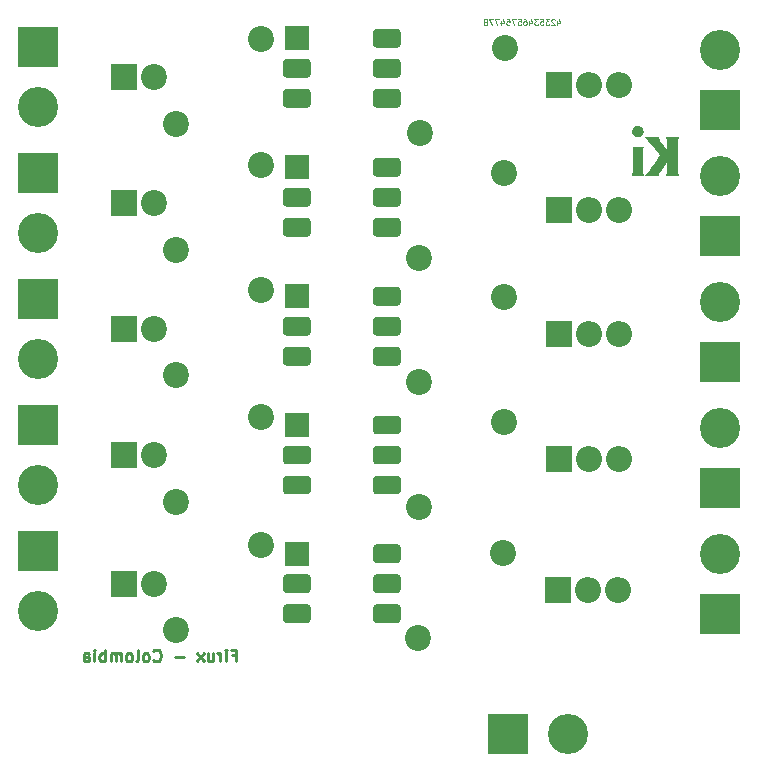
<source format=gbr>
G04 #@! TF.GenerationSoftware,KiCad,Pcbnew,(5.0.0)*
G04 #@! TF.CreationDate,2018-11-08T10:35:27-05:00*
G04 #@! TF.ProjectId,Tarjeta de potencia con moc,5461726A65746120646520706F74656E,rev?*
G04 #@! TF.SameCoordinates,Original*
G04 #@! TF.FileFunction,Soldermask,Bot*
G04 #@! TF.FilePolarity,Negative*
%FSLAX46Y46*%
G04 Gerber Fmt 4.6, Leading zero omitted, Abs format (unit mm)*
G04 Created by KiCad (PCBNEW (5.0.0)) date 11/08/18 10:35:27*
%MOMM*%
%LPD*%
G01*
G04 APERTURE LIST*
%ADD10C,0.125000*%
%ADD11C,0.250000*%
%ADD12C,0.010000*%
%ADD13C,2.200000*%
%ADD14C,2.200000*%
%ADD15O,2.200000X2.200000*%
%ADD16R,2.200000X2.200000*%
%ADD17C,0.100000*%
%ADD18C,1.600000*%
%ADD19R,2.000000X2.000000*%
%ADD20R,3.400000X3.400000*%
%ADD21C,3.400000*%
G04 APERTURE END LIST*
D10*
X94643200Y-28899657D02*
X94643200Y-29232990D01*
X94762247Y-28709180D02*
X94881295Y-29066323D01*
X94571771Y-29066323D01*
X94405104Y-28780609D02*
X94381295Y-28756800D01*
X94333676Y-28732990D01*
X94214628Y-28732990D01*
X94167009Y-28756800D01*
X94143200Y-28780609D01*
X94119390Y-28828228D01*
X94119390Y-28875847D01*
X94143200Y-28947276D01*
X94428914Y-29232990D01*
X94119390Y-29232990D01*
X93952723Y-28732990D02*
X93643200Y-28732990D01*
X93809866Y-28923466D01*
X93738438Y-28923466D01*
X93690819Y-28947276D01*
X93667009Y-28971085D01*
X93643200Y-29018704D01*
X93643200Y-29137752D01*
X93667009Y-29185371D01*
X93690819Y-29209180D01*
X93738438Y-29232990D01*
X93881295Y-29232990D01*
X93928914Y-29209180D01*
X93952723Y-29185371D01*
X93190819Y-28732990D02*
X93428914Y-28732990D01*
X93452723Y-28971085D01*
X93428914Y-28947276D01*
X93381295Y-28923466D01*
X93262247Y-28923466D01*
X93214628Y-28947276D01*
X93190819Y-28971085D01*
X93167009Y-29018704D01*
X93167009Y-29137752D01*
X93190819Y-29185371D01*
X93214628Y-29209180D01*
X93262247Y-29232990D01*
X93381295Y-29232990D01*
X93428914Y-29209180D01*
X93452723Y-29185371D01*
X93000342Y-28732990D02*
X92690819Y-28732990D01*
X92857485Y-28923466D01*
X92786057Y-28923466D01*
X92738438Y-28947276D01*
X92714628Y-28971085D01*
X92690819Y-29018704D01*
X92690819Y-29137752D01*
X92714628Y-29185371D01*
X92738438Y-29209180D01*
X92786057Y-29232990D01*
X92928914Y-29232990D01*
X92976533Y-29209180D01*
X93000342Y-29185371D01*
X92262247Y-28899657D02*
X92262247Y-29232990D01*
X92381295Y-28709180D02*
X92500342Y-29066323D01*
X92190819Y-29066323D01*
X91786057Y-28732990D02*
X91881295Y-28732990D01*
X91928914Y-28756800D01*
X91952723Y-28780609D01*
X92000342Y-28852038D01*
X92024152Y-28947276D01*
X92024152Y-29137752D01*
X92000342Y-29185371D01*
X91976533Y-29209180D01*
X91928914Y-29232990D01*
X91833676Y-29232990D01*
X91786057Y-29209180D01*
X91762247Y-29185371D01*
X91738438Y-29137752D01*
X91738438Y-29018704D01*
X91762247Y-28971085D01*
X91786057Y-28947276D01*
X91833676Y-28923466D01*
X91928914Y-28923466D01*
X91976533Y-28947276D01*
X92000342Y-28971085D01*
X92024152Y-29018704D01*
X91286057Y-28732990D02*
X91524152Y-28732990D01*
X91547961Y-28971085D01*
X91524152Y-28947276D01*
X91476533Y-28923466D01*
X91357485Y-28923466D01*
X91309866Y-28947276D01*
X91286057Y-28971085D01*
X91262247Y-29018704D01*
X91262247Y-29137752D01*
X91286057Y-29185371D01*
X91309866Y-29209180D01*
X91357485Y-29232990D01*
X91476533Y-29232990D01*
X91524152Y-29209180D01*
X91547961Y-29185371D01*
X91095580Y-28732990D02*
X90762247Y-28732990D01*
X90976533Y-29232990D01*
X90333676Y-28732990D02*
X90571771Y-28732990D01*
X90595580Y-28971085D01*
X90571771Y-28947276D01*
X90524152Y-28923466D01*
X90405104Y-28923466D01*
X90357485Y-28947276D01*
X90333676Y-28971085D01*
X90309866Y-29018704D01*
X90309866Y-29137752D01*
X90333676Y-29185371D01*
X90357485Y-29209180D01*
X90405104Y-29232990D01*
X90524152Y-29232990D01*
X90571771Y-29209180D01*
X90595580Y-29185371D01*
X89881295Y-28899657D02*
X89881295Y-29232990D01*
X90000342Y-28709180D02*
X90119390Y-29066323D01*
X89809866Y-29066323D01*
X89667009Y-28732990D02*
X89333676Y-28732990D01*
X89547961Y-29232990D01*
X89190819Y-28732990D02*
X88857485Y-28732990D01*
X89071771Y-29232990D01*
X88595580Y-28947276D02*
X88643200Y-28923466D01*
X88667009Y-28899657D01*
X88690819Y-28852038D01*
X88690819Y-28828228D01*
X88667009Y-28780609D01*
X88643200Y-28756800D01*
X88595580Y-28732990D01*
X88500342Y-28732990D01*
X88452723Y-28756800D01*
X88428914Y-28780609D01*
X88405104Y-28828228D01*
X88405104Y-28852038D01*
X88428914Y-28899657D01*
X88452723Y-28923466D01*
X88500342Y-28947276D01*
X88595580Y-28947276D01*
X88643200Y-28971085D01*
X88667009Y-28994895D01*
X88690819Y-29042514D01*
X88690819Y-29137752D01*
X88667009Y-29185371D01*
X88643200Y-29209180D01*
X88595580Y-29232990D01*
X88500342Y-29232990D01*
X88452723Y-29209180D01*
X88428914Y-29185371D01*
X88405104Y-29137752D01*
X88405104Y-29042514D01*
X88428914Y-28994895D01*
X88452723Y-28971085D01*
X88500342Y-28947276D01*
D11*
X67104400Y-82580171D02*
X67437733Y-82580171D01*
X67437733Y-83103980D02*
X67437733Y-82103980D01*
X66961542Y-82103980D01*
X66580590Y-83103980D02*
X66580590Y-82437314D01*
X66580590Y-82103980D02*
X66628209Y-82151600D01*
X66580590Y-82199219D01*
X66532971Y-82151600D01*
X66580590Y-82103980D01*
X66580590Y-82199219D01*
X66104400Y-83103980D02*
X66104400Y-82437314D01*
X66104400Y-82627790D02*
X66056780Y-82532552D01*
X66009161Y-82484933D01*
X65913923Y-82437314D01*
X65818685Y-82437314D01*
X65056780Y-82437314D02*
X65056780Y-83103980D01*
X65485352Y-82437314D02*
X65485352Y-82961123D01*
X65437733Y-83056361D01*
X65342495Y-83103980D01*
X65199638Y-83103980D01*
X65104400Y-83056361D01*
X65056780Y-83008742D01*
X64675828Y-83103980D02*
X64152019Y-82437314D01*
X64675828Y-82437314D02*
X64152019Y-83103980D01*
X63009161Y-82723028D02*
X62247257Y-82723028D01*
X60437733Y-83008742D02*
X60485352Y-83056361D01*
X60628209Y-83103980D01*
X60723447Y-83103980D01*
X60866304Y-83056361D01*
X60961542Y-82961123D01*
X61009161Y-82865885D01*
X61056780Y-82675409D01*
X61056780Y-82532552D01*
X61009161Y-82342076D01*
X60961542Y-82246838D01*
X60866304Y-82151600D01*
X60723447Y-82103980D01*
X60628209Y-82103980D01*
X60485352Y-82151600D01*
X60437733Y-82199219D01*
X59866304Y-83103980D02*
X59961542Y-83056361D01*
X60009161Y-83008742D01*
X60056780Y-82913504D01*
X60056780Y-82627790D01*
X60009161Y-82532552D01*
X59961542Y-82484933D01*
X59866304Y-82437314D01*
X59723447Y-82437314D01*
X59628209Y-82484933D01*
X59580590Y-82532552D01*
X59532971Y-82627790D01*
X59532971Y-82913504D01*
X59580590Y-83008742D01*
X59628209Y-83056361D01*
X59723447Y-83103980D01*
X59866304Y-83103980D01*
X58961542Y-83103980D02*
X59056780Y-83056361D01*
X59104400Y-82961123D01*
X59104400Y-82103980D01*
X58437733Y-83103980D02*
X58532971Y-83056361D01*
X58580590Y-83008742D01*
X58628209Y-82913504D01*
X58628209Y-82627790D01*
X58580590Y-82532552D01*
X58532971Y-82484933D01*
X58437733Y-82437314D01*
X58294876Y-82437314D01*
X58199638Y-82484933D01*
X58152019Y-82532552D01*
X58104400Y-82627790D01*
X58104400Y-82913504D01*
X58152019Y-83008742D01*
X58199638Y-83056361D01*
X58294876Y-83103980D01*
X58437733Y-83103980D01*
X57675828Y-83103980D02*
X57675828Y-82437314D01*
X57675828Y-82532552D02*
X57628209Y-82484933D01*
X57532971Y-82437314D01*
X57390114Y-82437314D01*
X57294876Y-82484933D01*
X57247257Y-82580171D01*
X57247257Y-83103980D01*
X57247257Y-82580171D02*
X57199638Y-82484933D01*
X57104400Y-82437314D01*
X56961542Y-82437314D01*
X56866304Y-82484933D01*
X56818685Y-82580171D01*
X56818685Y-83103980D01*
X56342495Y-83103980D02*
X56342495Y-82103980D01*
X56342495Y-82484933D02*
X56247257Y-82437314D01*
X56056780Y-82437314D01*
X55961542Y-82484933D01*
X55913923Y-82532552D01*
X55866304Y-82627790D01*
X55866304Y-82913504D01*
X55913923Y-83008742D01*
X55961542Y-83056361D01*
X56056780Y-83103980D01*
X56247257Y-83103980D01*
X56342495Y-83056361D01*
X55437733Y-83103980D02*
X55437733Y-82437314D01*
X55437733Y-82103980D02*
X55485352Y-82151600D01*
X55437733Y-82199219D01*
X55390114Y-82151600D01*
X55437733Y-82103980D01*
X55437733Y-82199219D01*
X54532971Y-83103980D02*
X54532971Y-82580171D01*
X54580590Y-82484933D01*
X54675828Y-82437314D01*
X54866304Y-82437314D01*
X54961542Y-82484933D01*
X54532971Y-83056361D02*
X54628209Y-83103980D01*
X54866304Y-83103980D01*
X54961542Y-83056361D01*
X55009161Y-82961123D01*
X55009161Y-82865885D01*
X54961542Y-82770647D01*
X54866304Y-82723028D01*
X54628209Y-82723028D01*
X54532971Y-82675409D01*
D12*
G04 #@! TO.C,REF\002A\002A*
G36*
X102598653Y-38709600D02*
X102053341Y-38709600D01*
X102252121Y-38910987D01*
X102581829Y-39273891D01*
X102796249Y-39548015D01*
X102874697Y-39651600D01*
X102969256Y-39771729D01*
X103069350Y-39895402D01*
X103164402Y-40009619D01*
X103243834Y-40101381D01*
X103268932Y-40128960D01*
X103350364Y-40216412D01*
X103280406Y-40307556D01*
X103144964Y-40496804D01*
X103057422Y-40636250D01*
X103002552Y-40718486D01*
X102941276Y-40797812D01*
X102936127Y-40803807D01*
X102867178Y-40886781D01*
X102786653Y-40989337D01*
X102703458Y-41099488D01*
X102626498Y-41205247D01*
X102564681Y-41294625D01*
X102529024Y-41351747D01*
X102493943Y-41404796D01*
X102435414Y-41483262D01*
X102363580Y-41574452D01*
X102288585Y-41665672D01*
X102220572Y-41744232D01*
X102184200Y-41783220D01*
X102160311Y-41809281D01*
X102118037Y-41856606D01*
X102109923Y-41865770D01*
X102048345Y-41935400D01*
X103174800Y-41935400D01*
X103174800Y-41857123D01*
X103191563Y-41780595D01*
X103238793Y-41675349D01*
X103311907Y-41549439D01*
X103406319Y-41410916D01*
X103493858Y-41296733D01*
X103565132Y-41204513D01*
X103630453Y-41113469D01*
X103677623Y-41040735D01*
X103683729Y-41030033D01*
X103723771Y-40963634D01*
X103759058Y-40915484D01*
X103767701Y-40906700D01*
X103802262Y-40868016D01*
X103842485Y-40811450D01*
X103880174Y-40763293D01*
X103910685Y-40741687D01*
X103911986Y-40741600D01*
X103920862Y-40766291D01*
X103927982Y-40837581D01*
X103933136Y-40951292D01*
X103936117Y-41103244D01*
X103936800Y-41238161D01*
X103936116Y-41417463D01*
X103933705Y-41553470D01*
X103929025Y-41653675D01*
X103921537Y-41725569D01*
X103910702Y-41776643D01*
X103895979Y-41814388D01*
X103895156Y-41816011D01*
X103859683Y-41875691D01*
X103828177Y-41913818D01*
X103825306Y-41915961D01*
X103840803Y-41921523D01*
X103900153Y-41926462D01*
X103996414Y-41930512D01*
X104122641Y-41933407D01*
X104271889Y-41934882D01*
X104323606Y-41935011D01*
X104850111Y-41935400D01*
X104820432Y-41865550D01*
X104792259Y-41806958D01*
X104770176Y-41771570D01*
X104766343Y-41742342D01*
X104762743Y-41666981D01*
X104759441Y-41550151D01*
X104756504Y-41396517D01*
X104754001Y-41210746D01*
X104751996Y-40997502D01*
X104750558Y-40761451D01*
X104749753Y-40507259D01*
X104749601Y-40335490D01*
X104749659Y-40031511D01*
X104749930Y-39774112D01*
X104750554Y-39559074D01*
X104751674Y-39382178D01*
X104753431Y-39239204D01*
X104755967Y-39125933D01*
X104759424Y-39038145D01*
X104763943Y-38971621D01*
X104769667Y-38922141D01*
X104776738Y-38885486D01*
X104785296Y-38857437D01*
X104795484Y-38833774D01*
X104800401Y-38823899D01*
X104831156Y-38762069D01*
X104849210Y-38722860D01*
X104851201Y-38716929D01*
X104827065Y-38714707D01*
X104759712Y-38712756D01*
X104656728Y-38711184D01*
X104525694Y-38710101D01*
X104374195Y-38709615D01*
X104340483Y-38709600D01*
X104167340Y-38709864D01*
X104038771Y-38711031D01*
X103948554Y-38713664D01*
X103890463Y-38718323D01*
X103858276Y-38725572D01*
X103845768Y-38735972D01*
X103846714Y-38750085D01*
X103848236Y-38754050D01*
X103881595Y-38842873D01*
X103905661Y-38931381D01*
X103921820Y-39030341D01*
X103931458Y-39150521D01*
X103935960Y-39302688D01*
X103936800Y-39442288D01*
X103936801Y-39862104D01*
X103860601Y-39789100D01*
X103812987Y-39738757D01*
X103786406Y-39701478D01*
X103784400Y-39694683D01*
X103769263Y-39668750D01*
X103729772Y-39615328D01*
X103674812Y-39545345D01*
X103613268Y-39469729D01*
X103554023Y-39399409D01*
X103505961Y-39345314D01*
X103479161Y-39319200D01*
X103456839Y-39291934D01*
X103418464Y-39235830D01*
X103390598Y-39192200D01*
X103332395Y-39104498D01*
X103269449Y-39017898D01*
X103247101Y-38989562D01*
X103202387Y-38922936D01*
X103176992Y-38861843D01*
X103174800Y-38845590D01*
X103174278Y-38801877D01*
X103168609Y-38768702D01*
X103151638Y-38744612D01*
X103117211Y-38728155D01*
X103059174Y-38717877D01*
X102971372Y-38712327D01*
X102847650Y-38710051D01*
X102681855Y-38709596D01*
X102598653Y-38709600D01*
X102598653Y-38709600D01*
G37*
X102598653Y-38709600D02*
X102053341Y-38709600D01*
X102252121Y-38910987D01*
X102581829Y-39273891D01*
X102796249Y-39548015D01*
X102874697Y-39651600D01*
X102969256Y-39771729D01*
X103069350Y-39895402D01*
X103164402Y-40009619D01*
X103243834Y-40101381D01*
X103268932Y-40128960D01*
X103350364Y-40216412D01*
X103280406Y-40307556D01*
X103144964Y-40496804D01*
X103057422Y-40636250D01*
X103002552Y-40718486D01*
X102941276Y-40797812D01*
X102936127Y-40803807D01*
X102867178Y-40886781D01*
X102786653Y-40989337D01*
X102703458Y-41099488D01*
X102626498Y-41205247D01*
X102564681Y-41294625D01*
X102529024Y-41351747D01*
X102493943Y-41404796D01*
X102435414Y-41483262D01*
X102363580Y-41574452D01*
X102288585Y-41665672D01*
X102220572Y-41744232D01*
X102184200Y-41783220D01*
X102160311Y-41809281D01*
X102118037Y-41856606D01*
X102109923Y-41865770D01*
X102048345Y-41935400D01*
X103174800Y-41935400D01*
X103174800Y-41857123D01*
X103191563Y-41780595D01*
X103238793Y-41675349D01*
X103311907Y-41549439D01*
X103406319Y-41410916D01*
X103493858Y-41296733D01*
X103565132Y-41204513D01*
X103630453Y-41113469D01*
X103677623Y-41040735D01*
X103683729Y-41030033D01*
X103723771Y-40963634D01*
X103759058Y-40915484D01*
X103767701Y-40906700D01*
X103802262Y-40868016D01*
X103842485Y-40811450D01*
X103880174Y-40763293D01*
X103910685Y-40741687D01*
X103911986Y-40741600D01*
X103920862Y-40766291D01*
X103927982Y-40837581D01*
X103933136Y-40951292D01*
X103936117Y-41103244D01*
X103936800Y-41238161D01*
X103936116Y-41417463D01*
X103933705Y-41553470D01*
X103929025Y-41653675D01*
X103921537Y-41725569D01*
X103910702Y-41776643D01*
X103895979Y-41814388D01*
X103895156Y-41816011D01*
X103859683Y-41875691D01*
X103828177Y-41913818D01*
X103825306Y-41915961D01*
X103840803Y-41921523D01*
X103900153Y-41926462D01*
X103996414Y-41930512D01*
X104122641Y-41933407D01*
X104271889Y-41934882D01*
X104323606Y-41935011D01*
X104850111Y-41935400D01*
X104820432Y-41865550D01*
X104792259Y-41806958D01*
X104770176Y-41771570D01*
X104766343Y-41742342D01*
X104762743Y-41666981D01*
X104759441Y-41550151D01*
X104756504Y-41396517D01*
X104754001Y-41210746D01*
X104751996Y-40997502D01*
X104750558Y-40761451D01*
X104749753Y-40507259D01*
X104749601Y-40335490D01*
X104749659Y-40031511D01*
X104749930Y-39774112D01*
X104750554Y-39559074D01*
X104751674Y-39382178D01*
X104753431Y-39239204D01*
X104755967Y-39125933D01*
X104759424Y-39038145D01*
X104763943Y-38971621D01*
X104769667Y-38922141D01*
X104776738Y-38885486D01*
X104785296Y-38857437D01*
X104795484Y-38833774D01*
X104800401Y-38823899D01*
X104831156Y-38762069D01*
X104849210Y-38722860D01*
X104851201Y-38716929D01*
X104827065Y-38714707D01*
X104759712Y-38712756D01*
X104656728Y-38711184D01*
X104525694Y-38710101D01*
X104374195Y-38709615D01*
X104340483Y-38709600D01*
X104167340Y-38709864D01*
X104038771Y-38711031D01*
X103948554Y-38713664D01*
X103890463Y-38718323D01*
X103858276Y-38725572D01*
X103845768Y-38735972D01*
X103846714Y-38750085D01*
X103848236Y-38754050D01*
X103881595Y-38842873D01*
X103905661Y-38931381D01*
X103921820Y-39030341D01*
X103931458Y-39150521D01*
X103935960Y-39302688D01*
X103936800Y-39442288D01*
X103936801Y-39862104D01*
X103860601Y-39789100D01*
X103812987Y-39738757D01*
X103786406Y-39701478D01*
X103784400Y-39694683D01*
X103769263Y-39668750D01*
X103729772Y-39615328D01*
X103674812Y-39545345D01*
X103613268Y-39469729D01*
X103554023Y-39399409D01*
X103505961Y-39345314D01*
X103479161Y-39319200D01*
X103456839Y-39291934D01*
X103418464Y-39235830D01*
X103390598Y-39192200D01*
X103332395Y-39104498D01*
X103269449Y-39017898D01*
X103247101Y-38989562D01*
X103202387Y-38922936D01*
X103176992Y-38861843D01*
X103174800Y-38845590D01*
X103174278Y-38801877D01*
X103168609Y-38768702D01*
X103151638Y-38744612D01*
X103117211Y-38728155D01*
X103059174Y-38717877D01*
X102971372Y-38712327D01*
X102847650Y-38710051D01*
X102681855Y-38709596D01*
X102598653Y-38709600D01*
G36*
X101015800Y-40673245D02*
X101015579Y-40944728D01*
X101014817Y-41169818D01*
X101013374Y-41352921D01*
X101011106Y-41498440D01*
X101007869Y-41610783D01*
X101003522Y-41694355D01*
X100997920Y-41753559D01*
X100990922Y-41792803D01*
X100982384Y-41816492D01*
X100978508Y-41822595D01*
X100952222Y-41860143D01*
X100941509Y-41888285D01*
X100951690Y-41908374D01*
X100988088Y-41921763D01*
X101056024Y-41929805D01*
X101160822Y-41933853D01*
X101307802Y-41935260D01*
X101422200Y-41935400D01*
X101572482Y-41934715D01*
X101703673Y-41932808D01*
X101807973Y-41929902D01*
X101877581Y-41926217D01*
X101904695Y-41921976D01*
X101904800Y-41921688D01*
X101894245Y-41892654D01*
X101867674Y-41835709D01*
X101854000Y-41808400D01*
X101841134Y-41780960D01*
X101830641Y-41750594D01*
X101822280Y-41712120D01*
X101815809Y-41660355D01*
X101810989Y-41590118D01*
X101807578Y-41496227D01*
X101805335Y-41373501D01*
X101804019Y-41216759D01*
X101803390Y-41020817D01*
X101803205Y-40780496D01*
X101803200Y-40715950D01*
X101803453Y-40458469D01*
X101804329Y-40246949D01*
X101806004Y-40076551D01*
X101808652Y-39942438D01*
X101812450Y-39839771D01*
X101817573Y-39763713D01*
X101824197Y-39709426D01*
X101832497Y-39672072D01*
X101841953Y-39648138D01*
X101880705Y-39573200D01*
X101015800Y-39573200D01*
X101015800Y-40673245D01*
X101015800Y-40673245D01*
G37*
X101015800Y-40673245D02*
X101015579Y-40944728D01*
X101014817Y-41169818D01*
X101013374Y-41352921D01*
X101011106Y-41498440D01*
X101007869Y-41610783D01*
X101003522Y-41694355D01*
X100997920Y-41753559D01*
X100990922Y-41792803D01*
X100982384Y-41816492D01*
X100978508Y-41822595D01*
X100952222Y-41860143D01*
X100941509Y-41888285D01*
X100951690Y-41908374D01*
X100988088Y-41921763D01*
X101056024Y-41929805D01*
X101160822Y-41933853D01*
X101307802Y-41935260D01*
X101422200Y-41935400D01*
X101572482Y-41934715D01*
X101703673Y-41932808D01*
X101807973Y-41929902D01*
X101877581Y-41926217D01*
X101904695Y-41921976D01*
X101904800Y-41921688D01*
X101894245Y-41892654D01*
X101867674Y-41835709D01*
X101854000Y-41808400D01*
X101841134Y-41780960D01*
X101830641Y-41750594D01*
X101822280Y-41712120D01*
X101815809Y-41660355D01*
X101810989Y-41590118D01*
X101807578Y-41496227D01*
X101805335Y-41373501D01*
X101804019Y-41216759D01*
X101803390Y-41020817D01*
X101803205Y-40780496D01*
X101803200Y-40715950D01*
X101803453Y-40458469D01*
X101804329Y-40246949D01*
X101806004Y-40076551D01*
X101808652Y-39942438D01*
X101812450Y-39839771D01*
X101817573Y-39763713D01*
X101824197Y-39709426D01*
X101832497Y-39672072D01*
X101841953Y-39648138D01*
X101880705Y-39573200D01*
X101015800Y-39573200D01*
X101015800Y-40673245D01*
G36*
X101256459Y-37807160D02*
X101138855Y-37873595D01*
X101045377Y-37976245D01*
X101001588Y-38062324D01*
X100970978Y-38200814D01*
X100980079Y-38338791D01*
X101027427Y-38460284D01*
X101039812Y-38479050D01*
X101130251Y-38566608D01*
X101249129Y-38626753D01*
X101382067Y-38656618D01*
X101514687Y-38653334D01*
X101632610Y-38614032D01*
X101653394Y-38601444D01*
X101735663Y-38522594D01*
X101803486Y-38413970D01*
X101845653Y-38296495D01*
X101854000Y-38226999D01*
X101834726Y-38117775D01*
X101784210Y-38003310D01*
X101713418Y-37904358D01*
X101657758Y-37855495D01*
X101525539Y-37795076D01*
X101388563Y-37779976D01*
X101256459Y-37807160D01*
X101256459Y-37807160D01*
G37*
X101256459Y-37807160D02*
X101138855Y-37873595D01*
X101045377Y-37976245D01*
X101001588Y-38062324D01*
X100970978Y-38200814D01*
X100980079Y-38338791D01*
X101027427Y-38460284D01*
X101039812Y-38479050D01*
X101130251Y-38566608D01*
X101249129Y-38626753D01*
X101382067Y-38656618D01*
X101514687Y-38653334D01*
X101632610Y-38614032D01*
X101653394Y-38601444D01*
X101735663Y-38522594D01*
X101803486Y-38413970D01*
X101845653Y-38296495D01*
X101854000Y-38226999D01*
X101834726Y-38117775D01*
X101784210Y-38003310D01*
X101713418Y-37904358D01*
X101657758Y-37855495D01*
X101525539Y-37795076D01*
X101388563Y-37779976D01*
X101256459Y-37807160D01*
G04 #@! TD*
D13*
G04 #@! TO.C,R10*
X90043000Y-73914000D03*
D14*
X90043000Y-73914000D02*
X90043000Y-73914000D01*
D13*
X82858795Y-81098205D03*
G04 #@! TD*
G04 #@! TO.C,R9*
X90115205Y-62856295D03*
D14*
X90115205Y-62856295D02*
X90115205Y-62856295D01*
D13*
X82931000Y-70040500D03*
G04 #@! TD*
G04 #@! TO.C,R8*
X90115205Y-52251795D03*
D14*
X90115205Y-52251795D02*
X90115205Y-52251795D01*
D13*
X82931000Y-59436000D03*
G04 #@! TD*
G04 #@! TO.C,R7*
X90115205Y-41774295D03*
D14*
X90115205Y-41774295D02*
X90115205Y-41774295D01*
D13*
X82931000Y-48958500D03*
G04 #@! TD*
G04 #@! TO.C,R6*
X90178705Y-31169795D03*
D14*
X90178705Y-31169795D02*
X90178705Y-31169795D01*
D13*
X82994500Y-38354000D03*
G04 #@! TD*
G04 #@! TO.C,R5*
X69541205Y-73270295D03*
D14*
X69541205Y-73270295D02*
X69541205Y-73270295D01*
D13*
X62357000Y-80454500D03*
G04 #@! TD*
G04 #@! TO.C,R4*
X69541205Y-62411795D03*
D14*
X69541205Y-62411795D02*
X69541205Y-62411795D01*
D13*
X62357000Y-69596000D03*
G04 #@! TD*
G04 #@! TO.C,R3*
X69541205Y-51680295D03*
D14*
X69541205Y-51680295D02*
X69541205Y-51680295D01*
D13*
X62357000Y-58864500D03*
G04 #@! TD*
G04 #@! TO.C,R2*
X69541205Y-41075795D03*
D14*
X69541205Y-41075795D02*
X69541205Y-41075795D01*
D13*
X62357000Y-48260000D03*
G04 #@! TD*
G04 #@! TO.C,R1*
X69541205Y-30407795D03*
D14*
X69541205Y-30407795D02*
X69541205Y-30407795D01*
D13*
X62357000Y-37592000D03*
G04 #@! TD*
D15*
G04 #@! TO.C,U10*
X99758500Y-77025500D03*
X97218500Y-77025500D03*
D16*
X94678500Y-77025500D03*
G04 #@! TD*
D15*
G04 #@! TO.C,U9*
X99822000Y-65976500D03*
X97282000Y-65976500D03*
D16*
X94742000Y-65976500D03*
G04 #@! TD*
G04 #@! TO.C,U8*
X94742000Y-55372000D03*
D15*
X97282000Y-55372000D03*
X99822000Y-55372000D03*
G04 #@! TD*
G04 #@! TO.C,U7*
X99822000Y-44894500D03*
X97282000Y-44894500D03*
D16*
X94742000Y-44894500D03*
G04 #@! TD*
D17*
G04 #@! TO.C,U5*
G36*
X81039707Y-73179426D02*
X81078536Y-73185186D01*
X81116614Y-73194724D01*
X81153573Y-73207948D01*
X81189059Y-73224731D01*
X81222728Y-73244912D01*
X81254257Y-73268296D01*
X81283343Y-73294657D01*
X81309704Y-73323743D01*
X81333088Y-73355272D01*
X81353269Y-73388941D01*
X81370052Y-73424427D01*
X81383276Y-73461386D01*
X81392814Y-73499464D01*
X81398574Y-73538293D01*
X81400500Y-73577500D01*
X81400500Y-74377500D01*
X81398574Y-74416707D01*
X81392814Y-74455536D01*
X81383276Y-74493614D01*
X81370052Y-74530573D01*
X81353269Y-74566059D01*
X81333088Y-74599728D01*
X81309704Y-74631257D01*
X81283343Y-74660343D01*
X81254257Y-74686704D01*
X81222728Y-74710088D01*
X81189059Y-74730269D01*
X81153573Y-74747052D01*
X81116614Y-74760276D01*
X81078536Y-74769814D01*
X81039707Y-74775574D01*
X81000500Y-74777500D01*
X79400500Y-74777500D01*
X79361293Y-74775574D01*
X79322464Y-74769814D01*
X79284386Y-74760276D01*
X79247427Y-74747052D01*
X79211941Y-74730269D01*
X79178272Y-74710088D01*
X79146743Y-74686704D01*
X79117657Y-74660343D01*
X79091296Y-74631257D01*
X79067912Y-74599728D01*
X79047731Y-74566059D01*
X79030948Y-74530573D01*
X79017724Y-74493614D01*
X79008186Y-74455536D01*
X79002426Y-74416707D01*
X79000500Y-74377500D01*
X79000500Y-73577500D01*
X79002426Y-73538293D01*
X79008186Y-73499464D01*
X79017724Y-73461386D01*
X79030948Y-73424427D01*
X79047731Y-73388941D01*
X79067912Y-73355272D01*
X79091296Y-73323743D01*
X79117657Y-73294657D01*
X79146743Y-73268296D01*
X79178272Y-73244912D01*
X79211941Y-73224731D01*
X79247427Y-73207948D01*
X79284386Y-73194724D01*
X79322464Y-73185186D01*
X79361293Y-73179426D01*
X79400500Y-73177500D01*
X81000500Y-73177500D01*
X81039707Y-73179426D01*
X81039707Y-73179426D01*
G37*
D18*
X80200500Y-73977500D03*
D17*
G36*
X73419707Y-78259426D02*
X73458536Y-78265186D01*
X73496614Y-78274724D01*
X73533573Y-78287948D01*
X73569059Y-78304731D01*
X73602728Y-78324912D01*
X73634257Y-78348296D01*
X73663343Y-78374657D01*
X73689704Y-78403743D01*
X73713088Y-78435272D01*
X73733269Y-78468941D01*
X73750052Y-78504427D01*
X73763276Y-78541386D01*
X73772814Y-78579464D01*
X73778574Y-78618293D01*
X73780500Y-78657500D01*
X73780500Y-79457500D01*
X73778574Y-79496707D01*
X73772814Y-79535536D01*
X73763276Y-79573614D01*
X73750052Y-79610573D01*
X73733269Y-79646059D01*
X73713088Y-79679728D01*
X73689704Y-79711257D01*
X73663343Y-79740343D01*
X73634257Y-79766704D01*
X73602728Y-79790088D01*
X73569059Y-79810269D01*
X73533573Y-79827052D01*
X73496614Y-79840276D01*
X73458536Y-79849814D01*
X73419707Y-79855574D01*
X73380500Y-79857500D01*
X71780500Y-79857500D01*
X71741293Y-79855574D01*
X71702464Y-79849814D01*
X71664386Y-79840276D01*
X71627427Y-79827052D01*
X71591941Y-79810269D01*
X71558272Y-79790088D01*
X71526743Y-79766704D01*
X71497657Y-79740343D01*
X71471296Y-79711257D01*
X71447912Y-79679728D01*
X71427731Y-79646059D01*
X71410948Y-79610573D01*
X71397724Y-79573614D01*
X71388186Y-79535536D01*
X71382426Y-79496707D01*
X71380500Y-79457500D01*
X71380500Y-78657500D01*
X71382426Y-78618293D01*
X71388186Y-78579464D01*
X71397724Y-78541386D01*
X71410948Y-78504427D01*
X71427731Y-78468941D01*
X71447912Y-78435272D01*
X71471296Y-78403743D01*
X71497657Y-78374657D01*
X71526743Y-78348296D01*
X71558272Y-78324912D01*
X71591941Y-78304731D01*
X71627427Y-78287948D01*
X71664386Y-78274724D01*
X71702464Y-78265186D01*
X71741293Y-78259426D01*
X71780500Y-78257500D01*
X73380500Y-78257500D01*
X73419707Y-78259426D01*
X73419707Y-78259426D01*
G37*
D18*
X72580500Y-79057500D03*
D17*
G36*
X81039707Y-75719426D02*
X81078536Y-75725186D01*
X81116614Y-75734724D01*
X81153573Y-75747948D01*
X81189059Y-75764731D01*
X81222728Y-75784912D01*
X81254257Y-75808296D01*
X81283343Y-75834657D01*
X81309704Y-75863743D01*
X81333088Y-75895272D01*
X81353269Y-75928941D01*
X81370052Y-75964427D01*
X81383276Y-76001386D01*
X81392814Y-76039464D01*
X81398574Y-76078293D01*
X81400500Y-76117500D01*
X81400500Y-76917500D01*
X81398574Y-76956707D01*
X81392814Y-76995536D01*
X81383276Y-77033614D01*
X81370052Y-77070573D01*
X81353269Y-77106059D01*
X81333088Y-77139728D01*
X81309704Y-77171257D01*
X81283343Y-77200343D01*
X81254257Y-77226704D01*
X81222728Y-77250088D01*
X81189059Y-77270269D01*
X81153573Y-77287052D01*
X81116614Y-77300276D01*
X81078536Y-77309814D01*
X81039707Y-77315574D01*
X81000500Y-77317500D01*
X79400500Y-77317500D01*
X79361293Y-77315574D01*
X79322464Y-77309814D01*
X79284386Y-77300276D01*
X79247427Y-77287052D01*
X79211941Y-77270269D01*
X79178272Y-77250088D01*
X79146743Y-77226704D01*
X79117657Y-77200343D01*
X79091296Y-77171257D01*
X79067912Y-77139728D01*
X79047731Y-77106059D01*
X79030948Y-77070573D01*
X79017724Y-77033614D01*
X79008186Y-76995536D01*
X79002426Y-76956707D01*
X79000500Y-76917500D01*
X79000500Y-76117500D01*
X79002426Y-76078293D01*
X79008186Y-76039464D01*
X79017724Y-76001386D01*
X79030948Y-75964427D01*
X79047731Y-75928941D01*
X79067912Y-75895272D01*
X79091296Y-75863743D01*
X79117657Y-75834657D01*
X79146743Y-75808296D01*
X79178272Y-75784912D01*
X79211941Y-75764731D01*
X79247427Y-75747948D01*
X79284386Y-75734724D01*
X79322464Y-75725186D01*
X79361293Y-75719426D01*
X79400500Y-75717500D01*
X81000500Y-75717500D01*
X81039707Y-75719426D01*
X81039707Y-75719426D01*
G37*
D18*
X80200500Y-76517500D03*
D17*
G36*
X73419707Y-75719426D02*
X73458536Y-75725186D01*
X73496614Y-75734724D01*
X73533573Y-75747948D01*
X73569059Y-75764731D01*
X73602728Y-75784912D01*
X73634257Y-75808296D01*
X73663343Y-75834657D01*
X73689704Y-75863743D01*
X73713088Y-75895272D01*
X73733269Y-75928941D01*
X73750052Y-75964427D01*
X73763276Y-76001386D01*
X73772814Y-76039464D01*
X73778574Y-76078293D01*
X73780500Y-76117500D01*
X73780500Y-76917500D01*
X73778574Y-76956707D01*
X73772814Y-76995536D01*
X73763276Y-77033614D01*
X73750052Y-77070573D01*
X73733269Y-77106059D01*
X73713088Y-77139728D01*
X73689704Y-77171257D01*
X73663343Y-77200343D01*
X73634257Y-77226704D01*
X73602728Y-77250088D01*
X73569059Y-77270269D01*
X73533573Y-77287052D01*
X73496614Y-77300276D01*
X73458536Y-77309814D01*
X73419707Y-77315574D01*
X73380500Y-77317500D01*
X71780500Y-77317500D01*
X71741293Y-77315574D01*
X71702464Y-77309814D01*
X71664386Y-77300276D01*
X71627427Y-77287052D01*
X71591941Y-77270269D01*
X71558272Y-77250088D01*
X71526743Y-77226704D01*
X71497657Y-77200343D01*
X71471296Y-77171257D01*
X71447912Y-77139728D01*
X71427731Y-77106059D01*
X71410948Y-77070573D01*
X71397724Y-77033614D01*
X71388186Y-76995536D01*
X71382426Y-76956707D01*
X71380500Y-76917500D01*
X71380500Y-76117500D01*
X71382426Y-76078293D01*
X71388186Y-76039464D01*
X71397724Y-76001386D01*
X71410948Y-75964427D01*
X71427731Y-75928941D01*
X71447912Y-75895272D01*
X71471296Y-75863743D01*
X71497657Y-75834657D01*
X71526743Y-75808296D01*
X71558272Y-75784912D01*
X71591941Y-75764731D01*
X71627427Y-75747948D01*
X71664386Y-75734724D01*
X71702464Y-75725186D01*
X71741293Y-75719426D01*
X71780500Y-75717500D01*
X73380500Y-75717500D01*
X73419707Y-75719426D01*
X73419707Y-75719426D01*
G37*
D18*
X72580500Y-76517500D03*
D17*
G36*
X81039707Y-78259426D02*
X81078536Y-78265186D01*
X81116614Y-78274724D01*
X81153573Y-78287948D01*
X81189059Y-78304731D01*
X81222728Y-78324912D01*
X81254257Y-78348296D01*
X81283343Y-78374657D01*
X81309704Y-78403743D01*
X81333088Y-78435272D01*
X81353269Y-78468941D01*
X81370052Y-78504427D01*
X81383276Y-78541386D01*
X81392814Y-78579464D01*
X81398574Y-78618293D01*
X81400500Y-78657500D01*
X81400500Y-79457500D01*
X81398574Y-79496707D01*
X81392814Y-79535536D01*
X81383276Y-79573614D01*
X81370052Y-79610573D01*
X81353269Y-79646059D01*
X81333088Y-79679728D01*
X81309704Y-79711257D01*
X81283343Y-79740343D01*
X81254257Y-79766704D01*
X81222728Y-79790088D01*
X81189059Y-79810269D01*
X81153573Y-79827052D01*
X81116614Y-79840276D01*
X81078536Y-79849814D01*
X81039707Y-79855574D01*
X81000500Y-79857500D01*
X79400500Y-79857500D01*
X79361293Y-79855574D01*
X79322464Y-79849814D01*
X79284386Y-79840276D01*
X79247427Y-79827052D01*
X79211941Y-79810269D01*
X79178272Y-79790088D01*
X79146743Y-79766704D01*
X79117657Y-79740343D01*
X79091296Y-79711257D01*
X79067912Y-79679728D01*
X79047731Y-79646059D01*
X79030948Y-79610573D01*
X79017724Y-79573614D01*
X79008186Y-79535536D01*
X79002426Y-79496707D01*
X79000500Y-79457500D01*
X79000500Y-78657500D01*
X79002426Y-78618293D01*
X79008186Y-78579464D01*
X79017724Y-78541386D01*
X79030948Y-78504427D01*
X79047731Y-78468941D01*
X79067912Y-78435272D01*
X79091296Y-78403743D01*
X79117657Y-78374657D01*
X79146743Y-78348296D01*
X79178272Y-78324912D01*
X79211941Y-78304731D01*
X79247427Y-78287948D01*
X79284386Y-78274724D01*
X79322464Y-78265186D01*
X79361293Y-78259426D01*
X79400500Y-78257500D01*
X81000500Y-78257500D01*
X81039707Y-78259426D01*
X81039707Y-78259426D01*
G37*
D18*
X80200500Y-79057500D03*
D19*
X72580500Y-73977500D03*
G04 #@! TD*
D17*
G04 #@! TO.C,U4*
G36*
X81039707Y-62295526D02*
X81078536Y-62301286D01*
X81116614Y-62310824D01*
X81153573Y-62324048D01*
X81189059Y-62340831D01*
X81222728Y-62361012D01*
X81254257Y-62384396D01*
X81283343Y-62410757D01*
X81309704Y-62439843D01*
X81333088Y-62471372D01*
X81353269Y-62505041D01*
X81370052Y-62540527D01*
X81383276Y-62577486D01*
X81392814Y-62615564D01*
X81398574Y-62654393D01*
X81400500Y-62693600D01*
X81400500Y-63493600D01*
X81398574Y-63532807D01*
X81392814Y-63571636D01*
X81383276Y-63609714D01*
X81370052Y-63646673D01*
X81353269Y-63682159D01*
X81333088Y-63715828D01*
X81309704Y-63747357D01*
X81283343Y-63776443D01*
X81254257Y-63802804D01*
X81222728Y-63826188D01*
X81189059Y-63846369D01*
X81153573Y-63863152D01*
X81116614Y-63876376D01*
X81078536Y-63885914D01*
X81039707Y-63891674D01*
X81000500Y-63893600D01*
X79400500Y-63893600D01*
X79361293Y-63891674D01*
X79322464Y-63885914D01*
X79284386Y-63876376D01*
X79247427Y-63863152D01*
X79211941Y-63846369D01*
X79178272Y-63826188D01*
X79146743Y-63802804D01*
X79117657Y-63776443D01*
X79091296Y-63747357D01*
X79067912Y-63715828D01*
X79047731Y-63682159D01*
X79030948Y-63646673D01*
X79017724Y-63609714D01*
X79008186Y-63571636D01*
X79002426Y-63532807D01*
X79000500Y-63493600D01*
X79000500Y-62693600D01*
X79002426Y-62654393D01*
X79008186Y-62615564D01*
X79017724Y-62577486D01*
X79030948Y-62540527D01*
X79047731Y-62505041D01*
X79067912Y-62471372D01*
X79091296Y-62439843D01*
X79117657Y-62410757D01*
X79146743Y-62384396D01*
X79178272Y-62361012D01*
X79211941Y-62340831D01*
X79247427Y-62324048D01*
X79284386Y-62310824D01*
X79322464Y-62301286D01*
X79361293Y-62295526D01*
X79400500Y-62293600D01*
X81000500Y-62293600D01*
X81039707Y-62295526D01*
X81039707Y-62295526D01*
G37*
D18*
X80200500Y-63093600D03*
D17*
G36*
X73419707Y-67375526D02*
X73458536Y-67381286D01*
X73496614Y-67390824D01*
X73533573Y-67404048D01*
X73569059Y-67420831D01*
X73602728Y-67441012D01*
X73634257Y-67464396D01*
X73663343Y-67490757D01*
X73689704Y-67519843D01*
X73713088Y-67551372D01*
X73733269Y-67585041D01*
X73750052Y-67620527D01*
X73763276Y-67657486D01*
X73772814Y-67695564D01*
X73778574Y-67734393D01*
X73780500Y-67773600D01*
X73780500Y-68573600D01*
X73778574Y-68612807D01*
X73772814Y-68651636D01*
X73763276Y-68689714D01*
X73750052Y-68726673D01*
X73733269Y-68762159D01*
X73713088Y-68795828D01*
X73689704Y-68827357D01*
X73663343Y-68856443D01*
X73634257Y-68882804D01*
X73602728Y-68906188D01*
X73569059Y-68926369D01*
X73533573Y-68943152D01*
X73496614Y-68956376D01*
X73458536Y-68965914D01*
X73419707Y-68971674D01*
X73380500Y-68973600D01*
X71780500Y-68973600D01*
X71741293Y-68971674D01*
X71702464Y-68965914D01*
X71664386Y-68956376D01*
X71627427Y-68943152D01*
X71591941Y-68926369D01*
X71558272Y-68906188D01*
X71526743Y-68882804D01*
X71497657Y-68856443D01*
X71471296Y-68827357D01*
X71447912Y-68795828D01*
X71427731Y-68762159D01*
X71410948Y-68726673D01*
X71397724Y-68689714D01*
X71388186Y-68651636D01*
X71382426Y-68612807D01*
X71380500Y-68573600D01*
X71380500Y-67773600D01*
X71382426Y-67734393D01*
X71388186Y-67695564D01*
X71397724Y-67657486D01*
X71410948Y-67620527D01*
X71427731Y-67585041D01*
X71447912Y-67551372D01*
X71471296Y-67519843D01*
X71497657Y-67490757D01*
X71526743Y-67464396D01*
X71558272Y-67441012D01*
X71591941Y-67420831D01*
X71627427Y-67404048D01*
X71664386Y-67390824D01*
X71702464Y-67381286D01*
X71741293Y-67375526D01*
X71780500Y-67373600D01*
X73380500Y-67373600D01*
X73419707Y-67375526D01*
X73419707Y-67375526D01*
G37*
D18*
X72580500Y-68173600D03*
D17*
G36*
X81039707Y-64835526D02*
X81078536Y-64841286D01*
X81116614Y-64850824D01*
X81153573Y-64864048D01*
X81189059Y-64880831D01*
X81222728Y-64901012D01*
X81254257Y-64924396D01*
X81283343Y-64950757D01*
X81309704Y-64979843D01*
X81333088Y-65011372D01*
X81353269Y-65045041D01*
X81370052Y-65080527D01*
X81383276Y-65117486D01*
X81392814Y-65155564D01*
X81398574Y-65194393D01*
X81400500Y-65233600D01*
X81400500Y-66033600D01*
X81398574Y-66072807D01*
X81392814Y-66111636D01*
X81383276Y-66149714D01*
X81370052Y-66186673D01*
X81353269Y-66222159D01*
X81333088Y-66255828D01*
X81309704Y-66287357D01*
X81283343Y-66316443D01*
X81254257Y-66342804D01*
X81222728Y-66366188D01*
X81189059Y-66386369D01*
X81153573Y-66403152D01*
X81116614Y-66416376D01*
X81078536Y-66425914D01*
X81039707Y-66431674D01*
X81000500Y-66433600D01*
X79400500Y-66433600D01*
X79361293Y-66431674D01*
X79322464Y-66425914D01*
X79284386Y-66416376D01*
X79247427Y-66403152D01*
X79211941Y-66386369D01*
X79178272Y-66366188D01*
X79146743Y-66342804D01*
X79117657Y-66316443D01*
X79091296Y-66287357D01*
X79067912Y-66255828D01*
X79047731Y-66222159D01*
X79030948Y-66186673D01*
X79017724Y-66149714D01*
X79008186Y-66111636D01*
X79002426Y-66072807D01*
X79000500Y-66033600D01*
X79000500Y-65233600D01*
X79002426Y-65194393D01*
X79008186Y-65155564D01*
X79017724Y-65117486D01*
X79030948Y-65080527D01*
X79047731Y-65045041D01*
X79067912Y-65011372D01*
X79091296Y-64979843D01*
X79117657Y-64950757D01*
X79146743Y-64924396D01*
X79178272Y-64901012D01*
X79211941Y-64880831D01*
X79247427Y-64864048D01*
X79284386Y-64850824D01*
X79322464Y-64841286D01*
X79361293Y-64835526D01*
X79400500Y-64833600D01*
X81000500Y-64833600D01*
X81039707Y-64835526D01*
X81039707Y-64835526D01*
G37*
D18*
X80200500Y-65633600D03*
D17*
G36*
X73419707Y-64835526D02*
X73458536Y-64841286D01*
X73496614Y-64850824D01*
X73533573Y-64864048D01*
X73569059Y-64880831D01*
X73602728Y-64901012D01*
X73634257Y-64924396D01*
X73663343Y-64950757D01*
X73689704Y-64979843D01*
X73713088Y-65011372D01*
X73733269Y-65045041D01*
X73750052Y-65080527D01*
X73763276Y-65117486D01*
X73772814Y-65155564D01*
X73778574Y-65194393D01*
X73780500Y-65233600D01*
X73780500Y-66033600D01*
X73778574Y-66072807D01*
X73772814Y-66111636D01*
X73763276Y-66149714D01*
X73750052Y-66186673D01*
X73733269Y-66222159D01*
X73713088Y-66255828D01*
X73689704Y-66287357D01*
X73663343Y-66316443D01*
X73634257Y-66342804D01*
X73602728Y-66366188D01*
X73569059Y-66386369D01*
X73533573Y-66403152D01*
X73496614Y-66416376D01*
X73458536Y-66425914D01*
X73419707Y-66431674D01*
X73380500Y-66433600D01*
X71780500Y-66433600D01*
X71741293Y-66431674D01*
X71702464Y-66425914D01*
X71664386Y-66416376D01*
X71627427Y-66403152D01*
X71591941Y-66386369D01*
X71558272Y-66366188D01*
X71526743Y-66342804D01*
X71497657Y-66316443D01*
X71471296Y-66287357D01*
X71447912Y-66255828D01*
X71427731Y-66222159D01*
X71410948Y-66186673D01*
X71397724Y-66149714D01*
X71388186Y-66111636D01*
X71382426Y-66072807D01*
X71380500Y-66033600D01*
X71380500Y-65233600D01*
X71382426Y-65194393D01*
X71388186Y-65155564D01*
X71397724Y-65117486D01*
X71410948Y-65080527D01*
X71427731Y-65045041D01*
X71447912Y-65011372D01*
X71471296Y-64979843D01*
X71497657Y-64950757D01*
X71526743Y-64924396D01*
X71558272Y-64901012D01*
X71591941Y-64880831D01*
X71627427Y-64864048D01*
X71664386Y-64850824D01*
X71702464Y-64841286D01*
X71741293Y-64835526D01*
X71780500Y-64833600D01*
X73380500Y-64833600D01*
X73419707Y-64835526D01*
X73419707Y-64835526D01*
G37*
D18*
X72580500Y-65633600D03*
D17*
G36*
X81039707Y-67375526D02*
X81078536Y-67381286D01*
X81116614Y-67390824D01*
X81153573Y-67404048D01*
X81189059Y-67420831D01*
X81222728Y-67441012D01*
X81254257Y-67464396D01*
X81283343Y-67490757D01*
X81309704Y-67519843D01*
X81333088Y-67551372D01*
X81353269Y-67585041D01*
X81370052Y-67620527D01*
X81383276Y-67657486D01*
X81392814Y-67695564D01*
X81398574Y-67734393D01*
X81400500Y-67773600D01*
X81400500Y-68573600D01*
X81398574Y-68612807D01*
X81392814Y-68651636D01*
X81383276Y-68689714D01*
X81370052Y-68726673D01*
X81353269Y-68762159D01*
X81333088Y-68795828D01*
X81309704Y-68827357D01*
X81283343Y-68856443D01*
X81254257Y-68882804D01*
X81222728Y-68906188D01*
X81189059Y-68926369D01*
X81153573Y-68943152D01*
X81116614Y-68956376D01*
X81078536Y-68965914D01*
X81039707Y-68971674D01*
X81000500Y-68973600D01*
X79400500Y-68973600D01*
X79361293Y-68971674D01*
X79322464Y-68965914D01*
X79284386Y-68956376D01*
X79247427Y-68943152D01*
X79211941Y-68926369D01*
X79178272Y-68906188D01*
X79146743Y-68882804D01*
X79117657Y-68856443D01*
X79091296Y-68827357D01*
X79067912Y-68795828D01*
X79047731Y-68762159D01*
X79030948Y-68726673D01*
X79017724Y-68689714D01*
X79008186Y-68651636D01*
X79002426Y-68612807D01*
X79000500Y-68573600D01*
X79000500Y-67773600D01*
X79002426Y-67734393D01*
X79008186Y-67695564D01*
X79017724Y-67657486D01*
X79030948Y-67620527D01*
X79047731Y-67585041D01*
X79067912Y-67551372D01*
X79091296Y-67519843D01*
X79117657Y-67490757D01*
X79146743Y-67464396D01*
X79178272Y-67441012D01*
X79211941Y-67420831D01*
X79247427Y-67404048D01*
X79284386Y-67390824D01*
X79322464Y-67381286D01*
X79361293Y-67375526D01*
X79400500Y-67373600D01*
X81000500Y-67373600D01*
X81039707Y-67375526D01*
X81039707Y-67375526D01*
G37*
D18*
X80200500Y-68173600D03*
D19*
X72580500Y-63093600D03*
G04 #@! TD*
G04 #@! TO.C,U3*
X72580500Y-52197000D03*
D17*
G36*
X81039707Y-56478926D02*
X81078536Y-56484686D01*
X81116614Y-56494224D01*
X81153573Y-56507448D01*
X81189059Y-56524231D01*
X81222728Y-56544412D01*
X81254257Y-56567796D01*
X81283343Y-56594157D01*
X81309704Y-56623243D01*
X81333088Y-56654772D01*
X81353269Y-56688441D01*
X81370052Y-56723927D01*
X81383276Y-56760886D01*
X81392814Y-56798964D01*
X81398574Y-56837793D01*
X81400500Y-56877000D01*
X81400500Y-57677000D01*
X81398574Y-57716207D01*
X81392814Y-57755036D01*
X81383276Y-57793114D01*
X81370052Y-57830073D01*
X81353269Y-57865559D01*
X81333088Y-57899228D01*
X81309704Y-57930757D01*
X81283343Y-57959843D01*
X81254257Y-57986204D01*
X81222728Y-58009588D01*
X81189059Y-58029769D01*
X81153573Y-58046552D01*
X81116614Y-58059776D01*
X81078536Y-58069314D01*
X81039707Y-58075074D01*
X81000500Y-58077000D01*
X79400500Y-58077000D01*
X79361293Y-58075074D01*
X79322464Y-58069314D01*
X79284386Y-58059776D01*
X79247427Y-58046552D01*
X79211941Y-58029769D01*
X79178272Y-58009588D01*
X79146743Y-57986204D01*
X79117657Y-57959843D01*
X79091296Y-57930757D01*
X79067912Y-57899228D01*
X79047731Y-57865559D01*
X79030948Y-57830073D01*
X79017724Y-57793114D01*
X79008186Y-57755036D01*
X79002426Y-57716207D01*
X79000500Y-57677000D01*
X79000500Y-56877000D01*
X79002426Y-56837793D01*
X79008186Y-56798964D01*
X79017724Y-56760886D01*
X79030948Y-56723927D01*
X79047731Y-56688441D01*
X79067912Y-56654772D01*
X79091296Y-56623243D01*
X79117657Y-56594157D01*
X79146743Y-56567796D01*
X79178272Y-56544412D01*
X79211941Y-56524231D01*
X79247427Y-56507448D01*
X79284386Y-56494224D01*
X79322464Y-56484686D01*
X79361293Y-56478926D01*
X79400500Y-56477000D01*
X81000500Y-56477000D01*
X81039707Y-56478926D01*
X81039707Y-56478926D01*
G37*
D18*
X80200500Y-57277000D03*
D17*
G36*
X73419707Y-53938926D02*
X73458536Y-53944686D01*
X73496614Y-53954224D01*
X73533573Y-53967448D01*
X73569059Y-53984231D01*
X73602728Y-54004412D01*
X73634257Y-54027796D01*
X73663343Y-54054157D01*
X73689704Y-54083243D01*
X73713088Y-54114772D01*
X73733269Y-54148441D01*
X73750052Y-54183927D01*
X73763276Y-54220886D01*
X73772814Y-54258964D01*
X73778574Y-54297793D01*
X73780500Y-54337000D01*
X73780500Y-55137000D01*
X73778574Y-55176207D01*
X73772814Y-55215036D01*
X73763276Y-55253114D01*
X73750052Y-55290073D01*
X73733269Y-55325559D01*
X73713088Y-55359228D01*
X73689704Y-55390757D01*
X73663343Y-55419843D01*
X73634257Y-55446204D01*
X73602728Y-55469588D01*
X73569059Y-55489769D01*
X73533573Y-55506552D01*
X73496614Y-55519776D01*
X73458536Y-55529314D01*
X73419707Y-55535074D01*
X73380500Y-55537000D01*
X71780500Y-55537000D01*
X71741293Y-55535074D01*
X71702464Y-55529314D01*
X71664386Y-55519776D01*
X71627427Y-55506552D01*
X71591941Y-55489769D01*
X71558272Y-55469588D01*
X71526743Y-55446204D01*
X71497657Y-55419843D01*
X71471296Y-55390757D01*
X71447912Y-55359228D01*
X71427731Y-55325559D01*
X71410948Y-55290073D01*
X71397724Y-55253114D01*
X71388186Y-55215036D01*
X71382426Y-55176207D01*
X71380500Y-55137000D01*
X71380500Y-54337000D01*
X71382426Y-54297793D01*
X71388186Y-54258964D01*
X71397724Y-54220886D01*
X71410948Y-54183927D01*
X71427731Y-54148441D01*
X71447912Y-54114772D01*
X71471296Y-54083243D01*
X71497657Y-54054157D01*
X71526743Y-54027796D01*
X71558272Y-54004412D01*
X71591941Y-53984231D01*
X71627427Y-53967448D01*
X71664386Y-53954224D01*
X71702464Y-53944686D01*
X71741293Y-53938926D01*
X71780500Y-53937000D01*
X73380500Y-53937000D01*
X73419707Y-53938926D01*
X73419707Y-53938926D01*
G37*
D18*
X72580500Y-54737000D03*
D17*
G36*
X81039707Y-53938926D02*
X81078536Y-53944686D01*
X81116614Y-53954224D01*
X81153573Y-53967448D01*
X81189059Y-53984231D01*
X81222728Y-54004412D01*
X81254257Y-54027796D01*
X81283343Y-54054157D01*
X81309704Y-54083243D01*
X81333088Y-54114772D01*
X81353269Y-54148441D01*
X81370052Y-54183927D01*
X81383276Y-54220886D01*
X81392814Y-54258964D01*
X81398574Y-54297793D01*
X81400500Y-54337000D01*
X81400500Y-55137000D01*
X81398574Y-55176207D01*
X81392814Y-55215036D01*
X81383276Y-55253114D01*
X81370052Y-55290073D01*
X81353269Y-55325559D01*
X81333088Y-55359228D01*
X81309704Y-55390757D01*
X81283343Y-55419843D01*
X81254257Y-55446204D01*
X81222728Y-55469588D01*
X81189059Y-55489769D01*
X81153573Y-55506552D01*
X81116614Y-55519776D01*
X81078536Y-55529314D01*
X81039707Y-55535074D01*
X81000500Y-55537000D01*
X79400500Y-55537000D01*
X79361293Y-55535074D01*
X79322464Y-55529314D01*
X79284386Y-55519776D01*
X79247427Y-55506552D01*
X79211941Y-55489769D01*
X79178272Y-55469588D01*
X79146743Y-55446204D01*
X79117657Y-55419843D01*
X79091296Y-55390757D01*
X79067912Y-55359228D01*
X79047731Y-55325559D01*
X79030948Y-55290073D01*
X79017724Y-55253114D01*
X79008186Y-55215036D01*
X79002426Y-55176207D01*
X79000500Y-55137000D01*
X79000500Y-54337000D01*
X79002426Y-54297793D01*
X79008186Y-54258964D01*
X79017724Y-54220886D01*
X79030948Y-54183927D01*
X79047731Y-54148441D01*
X79067912Y-54114772D01*
X79091296Y-54083243D01*
X79117657Y-54054157D01*
X79146743Y-54027796D01*
X79178272Y-54004412D01*
X79211941Y-53984231D01*
X79247427Y-53967448D01*
X79284386Y-53954224D01*
X79322464Y-53944686D01*
X79361293Y-53938926D01*
X79400500Y-53937000D01*
X81000500Y-53937000D01*
X81039707Y-53938926D01*
X81039707Y-53938926D01*
G37*
D18*
X80200500Y-54737000D03*
D17*
G36*
X73419707Y-56478926D02*
X73458536Y-56484686D01*
X73496614Y-56494224D01*
X73533573Y-56507448D01*
X73569059Y-56524231D01*
X73602728Y-56544412D01*
X73634257Y-56567796D01*
X73663343Y-56594157D01*
X73689704Y-56623243D01*
X73713088Y-56654772D01*
X73733269Y-56688441D01*
X73750052Y-56723927D01*
X73763276Y-56760886D01*
X73772814Y-56798964D01*
X73778574Y-56837793D01*
X73780500Y-56877000D01*
X73780500Y-57677000D01*
X73778574Y-57716207D01*
X73772814Y-57755036D01*
X73763276Y-57793114D01*
X73750052Y-57830073D01*
X73733269Y-57865559D01*
X73713088Y-57899228D01*
X73689704Y-57930757D01*
X73663343Y-57959843D01*
X73634257Y-57986204D01*
X73602728Y-58009588D01*
X73569059Y-58029769D01*
X73533573Y-58046552D01*
X73496614Y-58059776D01*
X73458536Y-58069314D01*
X73419707Y-58075074D01*
X73380500Y-58077000D01*
X71780500Y-58077000D01*
X71741293Y-58075074D01*
X71702464Y-58069314D01*
X71664386Y-58059776D01*
X71627427Y-58046552D01*
X71591941Y-58029769D01*
X71558272Y-58009588D01*
X71526743Y-57986204D01*
X71497657Y-57959843D01*
X71471296Y-57930757D01*
X71447912Y-57899228D01*
X71427731Y-57865559D01*
X71410948Y-57830073D01*
X71397724Y-57793114D01*
X71388186Y-57755036D01*
X71382426Y-57716207D01*
X71380500Y-57677000D01*
X71380500Y-56877000D01*
X71382426Y-56837793D01*
X71388186Y-56798964D01*
X71397724Y-56760886D01*
X71410948Y-56723927D01*
X71427731Y-56688441D01*
X71447912Y-56654772D01*
X71471296Y-56623243D01*
X71497657Y-56594157D01*
X71526743Y-56567796D01*
X71558272Y-56544412D01*
X71591941Y-56524231D01*
X71627427Y-56507448D01*
X71664386Y-56494224D01*
X71702464Y-56484686D01*
X71741293Y-56478926D01*
X71780500Y-56477000D01*
X73380500Y-56477000D01*
X73419707Y-56478926D01*
X73419707Y-56478926D01*
G37*
D18*
X72580500Y-57277000D03*
D17*
G36*
X81039707Y-51398926D02*
X81078536Y-51404686D01*
X81116614Y-51414224D01*
X81153573Y-51427448D01*
X81189059Y-51444231D01*
X81222728Y-51464412D01*
X81254257Y-51487796D01*
X81283343Y-51514157D01*
X81309704Y-51543243D01*
X81333088Y-51574772D01*
X81353269Y-51608441D01*
X81370052Y-51643927D01*
X81383276Y-51680886D01*
X81392814Y-51718964D01*
X81398574Y-51757793D01*
X81400500Y-51797000D01*
X81400500Y-52597000D01*
X81398574Y-52636207D01*
X81392814Y-52675036D01*
X81383276Y-52713114D01*
X81370052Y-52750073D01*
X81353269Y-52785559D01*
X81333088Y-52819228D01*
X81309704Y-52850757D01*
X81283343Y-52879843D01*
X81254257Y-52906204D01*
X81222728Y-52929588D01*
X81189059Y-52949769D01*
X81153573Y-52966552D01*
X81116614Y-52979776D01*
X81078536Y-52989314D01*
X81039707Y-52995074D01*
X81000500Y-52997000D01*
X79400500Y-52997000D01*
X79361293Y-52995074D01*
X79322464Y-52989314D01*
X79284386Y-52979776D01*
X79247427Y-52966552D01*
X79211941Y-52949769D01*
X79178272Y-52929588D01*
X79146743Y-52906204D01*
X79117657Y-52879843D01*
X79091296Y-52850757D01*
X79067912Y-52819228D01*
X79047731Y-52785559D01*
X79030948Y-52750073D01*
X79017724Y-52713114D01*
X79008186Y-52675036D01*
X79002426Y-52636207D01*
X79000500Y-52597000D01*
X79000500Y-51797000D01*
X79002426Y-51757793D01*
X79008186Y-51718964D01*
X79017724Y-51680886D01*
X79030948Y-51643927D01*
X79047731Y-51608441D01*
X79067912Y-51574772D01*
X79091296Y-51543243D01*
X79117657Y-51514157D01*
X79146743Y-51487796D01*
X79178272Y-51464412D01*
X79211941Y-51444231D01*
X79247427Y-51427448D01*
X79284386Y-51414224D01*
X79322464Y-51404686D01*
X79361293Y-51398926D01*
X79400500Y-51397000D01*
X81000500Y-51397000D01*
X81039707Y-51398926D01*
X81039707Y-51398926D01*
G37*
D18*
X80200500Y-52197000D03*
G04 #@! TD*
D19*
G04 #@! TO.C,U2*
X72580500Y-41275000D03*
D17*
G36*
X81039707Y-45556926D02*
X81078536Y-45562686D01*
X81116614Y-45572224D01*
X81153573Y-45585448D01*
X81189059Y-45602231D01*
X81222728Y-45622412D01*
X81254257Y-45645796D01*
X81283343Y-45672157D01*
X81309704Y-45701243D01*
X81333088Y-45732772D01*
X81353269Y-45766441D01*
X81370052Y-45801927D01*
X81383276Y-45838886D01*
X81392814Y-45876964D01*
X81398574Y-45915793D01*
X81400500Y-45955000D01*
X81400500Y-46755000D01*
X81398574Y-46794207D01*
X81392814Y-46833036D01*
X81383276Y-46871114D01*
X81370052Y-46908073D01*
X81353269Y-46943559D01*
X81333088Y-46977228D01*
X81309704Y-47008757D01*
X81283343Y-47037843D01*
X81254257Y-47064204D01*
X81222728Y-47087588D01*
X81189059Y-47107769D01*
X81153573Y-47124552D01*
X81116614Y-47137776D01*
X81078536Y-47147314D01*
X81039707Y-47153074D01*
X81000500Y-47155000D01*
X79400500Y-47155000D01*
X79361293Y-47153074D01*
X79322464Y-47147314D01*
X79284386Y-47137776D01*
X79247427Y-47124552D01*
X79211941Y-47107769D01*
X79178272Y-47087588D01*
X79146743Y-47064204D01*
X79117657Y-47037843D01*
X79091296Y-47008757D01*
X79067912Y-46977228D01*
X79047731Y-46943559D01*
X79030948Y-46908073D01*
X79017724Y-46871114D01*
X79008186Y-46833036D01*
X79002426Y-46794207D01*
X79000500Y-46755000D01*
X79000500Y-45955000D01*
X79002426Y-45915793D01*
X79008186Y-45876964D01*
X79017724Y-45838886D01*
X79030948Y-45801927D01*
X79047731Y-45766441D01*
X79067912Y-45732772D01*
X79091296Y-45701243D01*
X79117657Y-45672157D01*
X79146743Y-45645796D01*
X79178272Y-45622412D01*
X79211941Y-45602231D01*
X79247427Y-45585448D01*
X79284386Y-45572224D01*
X79322464Y-45562686D01*
X79361293Y-45556926D01*
X79400500Y-45555000D01*
X81000500Y-45555000D01*
X81039707Y-45556926D01*
X81039707Y-45556926D01*
G37*
D18*
X80200500Y-46355000D03*
D17*
G36*
X73419707Y-43016926D02*
X73458536Y-43022686D01*
X73496614Y-43032224D01*
X73533573Y-43045448D01*
X73569059Y-43062231D01*
X73602728Y-43082412D01*
X73634257Y-43105796D01*
X73663343Y-43132157D01*
X73689704Y-43161243D01*
X73713088Y-43192772D01*
X73733269Y-43226441D01*
X73750052Y-43261927D01*
X73763276Y-43298886D01*
X73772814Y-43336964D01*
X73778574Y-43375793D01*
X73780500Y-43415000D01*
X73780500Y-44215000D01*
X73778574Y-44254207D01*
X73772814Y-44293036D01*
X73763276Y-44331114D01*
X73750052Y-44368073D01*
X73733269Y-44403559D01*
X73713088Y-44437228D01*
X73689704Y-44468757D01*
X73663343Y-44497843D01*
X73634257Y-44524204D01*
X73602728Y-44547588D01*
X73569059Y-44567769D01*
X73533573Y-44584552D01*
X73496614Y-44597776D01*
X73458536Y-44607314D01*
X73419707Y-44613074D01*
X73380500Y-44615000D01*
X71780500Y-44615000D01*
X71741293Y-44613074D01*
X71702464Y-44607314D01*
X71664386Y-44597776D01*
X71627427Y-44584552D01*
X71591941Y-44567769D01*
X71558272Y-44547588D01*
X71526743Y-44524204D01*
X71497657Y-44497843D01*
X71471296Y-44468757D01*
X71447912Y-44437228D01*
X71427731Y-44403559D01*
X71410948Y-44368073D01*
X71397724Y-44331114D01*
X71388186Y-44293036D01*
X71382426Y-44254207D01*
X71380500Y-44215000D01*
X71380500Y-43415000D01*
X71382426Y-43375793D01*
X71388186Y-43336964D01*
X71397724Y-43298886D01*
X71410948Y-43261927D01*
X71427731Y-43226441D01*
X71447912Y-43192772D01*
X71471296Y-43161243D01*
X71497657Y-43132157D01*
X71526743Y-43105796D01*
X71558272Y-43082412D01*
X71591941Y-43062231D01*
X71627427Y-43045448D01*
X71664386Y-43032224D01*
X71702464Y-43022686D01*
X71741293Y-43016926D01*
X71780500Y-43015000D01*
X73380500Y-43015000D01*
X73419707Y-43016926D01*
X73419707Y-43016926D01*
G37*
D18*
X72580500Y-43815000D03*
D17*
G36*
X81039707Y-43016926D02*
X81078536Y-43022686D01*
X81116614Y-43032224D01*
X81153573Y-43045448D01*
X81189059Y-43062231D01*
X81222728Y-43082412D01*
X81254257Y-43105796D01*
X81283343Y-43132157D01*
X81309704Y-43161243D01*
X81333088Y-43192772D01*
X81353269Y-43226441D01*
X81370052Y-43261927D01*
X81383276Y-43298886D01*
X81392814Y-43336964D01*
X81398574Y-43375793D01*
X81400500Y-43415000D01*
X81400500Y-44215000D01*
X81398574Y-44254207D01*
X81392814Y-44293036D01*
X81383276Y-44331114D01*
X81370052Y-44368073D01*
X81353269Y-44403559D01*
X81333088Y-44437228D01*
X81309704Y-44468757D01*
X81283343Y-44497843D01*
X81254257Y-44524204D01*
X81222728Y-44547588D01*
X81189059Y-44567769D01*
X81153573Y-44584552D01*
X81116614Y-44597776D01*
X81078536Y-44607314D01*
X81039707Y-44613074D01*
X81000500Y-44615000D01*
X79400500Y-44615000D01*
X79361293Y-44613074D01*
X79322464Y-44607314D01*
X79284386Y-44597776D01*
X79247427Y-44584552D01*
X79211941Y-44567769D01*
X79178272Y-44547588D01*
X79146743Y-44524204D01*
X79117657Y-44497843D01*
X79091296Y-44468757D01*
X79067912Y-44437228D01*
X79047731Y-44403559D01*
X79030948Y-44368073D01*
X79017724Y-44331114D01*
X79008186Y-44293036D01*
X79002426Y-44254207D01*
X79000500Y-44215000D01*
X79000500Y-43415000D01*
X79002426Y-43375793D01*
X79008186Y-43336964D01*
X79017724Y-43298886D01*
X79030948Y-43261927D01*
X79047731Y-43226441D01*
X79067912Y-43192772D01*
X79091296Y-43161243D01*
X79117657Y-43132157D01*
X79146743Y-43105796D01*
X79178272Y-43082412D01*
X79211941Y-43062231D01*
X79247427Y-43045448D01*
X79284386Y-43032224D01*
X79322464Y-43022686D01*
X79361293Y-43016926D01*
X79400500Y-43015000D01*
X81000500Y-43015000D01*
X81039707Y-43016926D01*
X81039707Y-43016926D01*
G37*
D18*
X80200500Y-43815000D03*
D17*
G36*
X73419707Y-45556926D02*
X73458536Y-45562686D01*
X73496614Y-45572224D01*
X73533573Y-45585448D01*
X73569059Y-45602231D01*
X73602728Y-45622412D01*
X73634257Y-45645796D01*
X73663343Y-45672157D01*
X73689704Y-45701243D01*
X73713088Y-45732772D01*
X73733269Y-45766441D01*
X73750052Y-45801927D01*
X73763276Y-45838886D01*
X73772814Y-45876964D01*
X73778574Y-45915793D01*
X73780500Y-45955000D01*
X73780500Y-46755000D01*
X73778574Y-46794207D01*
X73772814Y-46833036D01*
X73763276Y-46871114D01*
X73750052Y-46908073D01*
X73733269Y-46943559D01*
X73713088Y-46977228D01*
X73689704Y-47008757D01*
X73663343Y-47037843D01*
X73634257Y-47064204D01*
X73602728Y-47087588D01*
X73569059Y-47107769D01*
X73533573Y-47124552D01*
X73496614Y-47137776D01*
X73458536Y-47147314D01*
X73419707Y-47153074D01*
X73380500Y-47155000D01*
X71780500Y-47155000D01*
X71741293Y-47153074D01*
X71702464Y-47147314D01*
X71664386Y-47137776D01*
X71627427Y-47124552D01*
X71591941Y-47107769D01*
X71558272Y-47087588D01*
X71526743Y-47064204D01*
X71497657Y-47037843D01*
X71471296Y-47008757D01*
X71447912Y-46977228D01*
X71427731Y-46943559D01*
X71410948Y-46908073D01*
X71397724Y-46871114D01*
X71388186Y-46833036D01*
X71382426Y-46794207D01*
X71380500Y-46755000D01*
X71380500Y-45955000D01*
X71382426Y-45915793D01*
X71388186Y-45876964D01*
X71397724Y-45838886D01*
X71410948Y-45801927D01*
X71427731Y-45766441D01*
X71447912Y-45732772D01*
X71471296Y-45701243D01*
X71497657Y-45672157D01*
X71526743Y-45645796D01*
X71558272Y-45622412D01*
X71591941Y-45602231D01*
X71627427Y-45585448D01*
X71664386Y-45572224D01*
X71702464Y-45562686D01*
X71741293Y-45556926D01*
X71780500Y-45555000D01*
X73380500Y-45555000D01*
X73419707Y-45556926D01*
X73419707Y-45556926D01*
G37*
D18*
X72580500Y-46355000D03*
D17*
G36*
X81039707Y-40476926D02*
X81078536Y-40482686D01*
X81116614Y-40492224D01*
X81153573Y-40505448D01*
X81189059Y-40522231D01*
X81222728Y-40542412D01*
X81254257Y-40565796D01*
X81283343Y-40592157D01*
X81309704Y-40621243D01*
X81333088Y-40652772D01*
X81353269Y-40686441D01*
X81370052Y-40721927D01*
X81383276Y-40758886D01*
X81392814Y-40796964D01*
X81398574Y-40835793D01*
X81400500Y-40875000D01*
X81400500Y-41675000D01*
X81398574Y-41714207D01*
X81392814Y-41753036D01*
X81383276Y-41791114D01*
X81370052Y-41828073D01*
X81353269Y-41863559D01*
X81333088Y-41897228D01*
X81309704Y-41928757D01*
X81283343Y-41957843D01*
X81254257Y-41984204D01*
X81222728Y-42007588D01*
X81189059Y-42027769D01*
X81153573Y-42044552D01*
X81116614Y-42057776D01*
X81078536Y-42067314D01*
X81039707Y-42073074D01*
X81000500Y-42075000D01*
X79400500Y-42075000D01*
X79361293Y-42073074D01*
X79322464Y-42067314D01*
X79284386Y-42057776D01*
X79247427Y-42044552D01*
X79211941Y-42027769D01*
X79178272Y-42007588D01*
X79146743Y-41984204D01*
X79117657Y-41957843D01*
X79091296Y-41928757D01*
X79067912Y-41897228D01*
X79047731Y-41863559D01*
X79030948Y-41828073D01*
X79017724Y-41791114D01*
X79008186Y-41753036D01*
X79002426Y-41714207D01*
X79000500Y-41675000D01*
X79000500Y-40875000D01*
X79002426Y-40835793D01*
X79008186Y-40796964D01*
X79017724Y-40758886D01*
X79030948Y-40721927D01*
X79047731Y-40686441D01*
X79067912Y-40652772D01*
X79091296Y-40621243D01*
X79117657Y-40592157D01*
X79146743Y-40565796D01*
X79178272Y-40542412D01*
X79211941Y-40522231D01*
X79247427Y-40505448D01*
X79284386Y-40492224D01*
X79322464Y-40482686D01*
X79361293Y-40476926D01*
X79400500Y-40475000D01*
X81000500Y-40475000D01*
X81039707Y-40476926D01*
X81039707Y-40476926D01*
G37*
D18*
X80200500Y-41275000D03*
G04 #@! TD*
D20*
G04 #@! TO.C,J11*
X90424000Y-89217500D03*
D21*
X95504000Y-89217500D03*
G04 #@! TD*
G04 #@! TO.C,J10*
X108394500Y-73977500D03*
D20*
X108394500Y-79057500D03*
G04 #@! TD*
D21*
G04 #@! TO.C,J9*
X108394500Y-63309500D03*
D20*
X108394500Y-68389500D03*
G04 #@! TD*
D21*
G04 #@! TO.C,J8*
X108394500Y-52641500D03*
D20*
X108394500Y-57721500D03*
G04 #@! TD*
D21*
G04 #@! TO.C,J7*
X108394500Y-41973500D03*
D20*
X108394500Y-47053500D03*
G04 #@! TD*
G04 #@! TO.C,J6*
X108394500Y-36385500D03*
D21*
X108394500Y-31305500D03*
G04 #@! TD*
G04 #@! TO.C,J5*
X50673000Y-78867000D03*
D20*
X50673000Y-73787000D03*
G04 #@! TD*
G04 #@! TO.C,J4*
X50673000Y-63119000D03*
D21*
X50673000Y-68199000D03*
G04 #@! TD*
D20*
G04 #@! TO.C,J3*
X50673000Y-52451000D03*
D21*
X50673000Y-57531000D03*
G04 #@! TD*
D20*
G04 #@! TO.C,J2*
X50673000Y-41783000D03*
D21*
X50673000Y-46863000D03*
G04 #@! TD*
D13*
G04 #@! TO.C,D5*
X60452000Y-76517500D03*
D16*
X57912000Y-76517500D03*
G04 #@! TD*
G04 #@! TO.C,D4*
X57912000Y-65659000D03*
D13*
X60452000Y-65659000D03*
G04 #@! TD*
D16*
G04 #@! TO.C,D3*
X57912000Y-54927500D03*
D13*
X60452000Y-54927500D03*
G04 #@! TD*
G04 #@! TO.C,D2*
X60452000Y-44323000D03*
D16*
X57912000Y-44323000D03*
G04 #@! TD*
D13*
G04 #@! TO.C,D1*
X60452000Y-33655000D03*
D16*
X57912000Y-33655000D03*
G04 #@! TD*
G04 #@! TO.C,U6*
X94742000Y-34290000D03*
D15*
X97282000Y-34290000D03*
X99822000Y-34290000D03*
G04 #@! TD*
D20*
G04 #@! TO.C,J1*
X50673000Y-31115000D03*
D21*
X50673000Y-36195000D03*
G04 #@! TD*
D17*
G04 #@! TO.C,U1*
G36*
X81039707Y-29554926D02*
X81078536Y-29560686D01*
X81116614Y-29570224D01*
X81153573Y-29583448D01*
X81189059Y-29600231D01*
X81222728Y-29620412D01*
X81254257Y-29643796D01*
X81283343Y-29670157D01*
X81309704Y-29699243D01*
X81333088Y-29730772D01*
X81353269Y-29764441D01*
X81370052Y-29799927D01*
X81383276Y-29836886D01*
X81392814Y-29874964D01*
X81398574Y-29913793D01*
X81400500Y-29953000D01*
X81400500Y-30753000D01*
X81398574Y-30792207D01*
X81392814Y-30831036D01*
X81383276Y-30869114D01*
X81370052Y-30906073D01*
X81353269Y-30941559D01*
X81333088Y-30975228D01*
X81309704Y-31006757D01*
X81283343Y-31035843D01*
X81254257Y-31062204D01*
X81222728Y-31085588D01*
X81189059Y-31105769D01*
X81153573Y-31122552D01*
X81116614Y-31135776D01*
X81078536Y-31145314D01*
X81039707Y-31151074D01*
X81000500Y-31153000D01*
X79400500Y-31153000D01*
X79361293Y-31151074D01*
X79322464Y-31145314D01*
X79284386Y-31135776D01*
X79247427Y-31122552D01*
X79211941Y-31105769D01*
X79178272Y-31085588D01*
X79146743Y-31062204D01*
X79117657Y-31035843D01*
X79091296Y-31006757D01*
X79067912Y-30975228D01*
X79047731Y-30941559D01*
X79030948Y-30906073D01*
X79017724Y-30869114D01*
X79008186Y-30831036D01*
X79002426Y-30792207D01*
X79000500Y-30753000D01*
X79000500Y-29953000D01*
X79002426Y-29913793D01*
X79008186Y-29874964D01*
X79017724Y-29836886D01*
X79030948Y-29799927D01*
X79047731Y-29764441D01*
X79067912Y-29730772D01*
X79091296Y-29699243D01*
X79117657Y-29670157D01*
X79146743Y-29643796D01*
X79178272Y-29620412D01*
X79211941Y-29600231D01*
X79247427Y-29583448D01*
X79284386Y-29570224D01*
X79322464Y-29560686D01*
X79361293Y-29554926D01*
X79400500Y-29553000D01*
X81000500Y-29553000D01*
X81039707Y-29554926D01*
X81039707Y-29554926D01*
G37*
D18*
X80200500Y-30353000D03*
D17*
G36*
X73419707Y-34634926D02*
X73458536Y-34640686D01*
X73496614Y-34650224D01*
X73533573Y-34663448D01*
X73569059Y-34680231D01*
X73602728Y-34700412D01*
X73634257Y-34723796D01*
X73663343Y-34750157D01*
X73689704Y-34779243D01*
X73713088Y-34810772D01*
X73733269Y-34844441D01*
X73750052Y-34879927D01*
X73763276Y-34916886D01*
X73772814Y-34954964D01*
X73778574Y-34993793D01*
X73780500Y-35033000D01*
X73780500Y-35833000D01*
X73778574Y-35872207D01*
X73772814Y-35911036D01*
X73763276Y-35949114D01*
X73750052Y-35986073D01*
X73733269Y-36021559D01*
X73713088Y-36055228D01*
X73689704Y-36086757D01*
X73663343Y-36115843D01*
X73634257Y-36142204D01*
X73602728Y-36165588D01*
X73569059Y-36185769D01*
X73533573Y-36202552D01*
X73496614Y-36215776D01*
X73458536Y-36225314D01*
X73419707Y-36231074D01*
X73380500Y-36233000D01*
X71780500Y-36233000D01*
X71741293Y-36231074D01*
X71702464Y-36225314D01*
X71664386Y-36215776D01*
X71627427Y-36202552D01*
X71591941Y-36185769D01*
X71558272Y-36165588D01*
X71526743Y-36142204D01*
X71497657Y-36115843D01*
X71471296Y-36086757D01*
X71447912Y-36055228D01*
X71427731Y-36021559D01*
X71410948Y-35986073D01*
X71397724Y-35949114D01*
X71388186Y-35911036D01*
X71382426Y-35872207D01*
X71380500Y-35833000D01*
X71380500Y-35033000D01*
X71382426Y-34993793D01*
X71388186Y-34954964D01*
X71397724Y-34916886D01*
X71410948Y-34879927D01*
X71427731Y-34844441D01*
X71447912Y-34810772D01*
X71471296Y-34779243D01*
X71497657Y-34750157D01*
X71526743Y-34723796D01*
X71558272Y-34700412D01*
X71591941Y-34680231D01*
X71627427Y-34663448D01*
X71664386Y-34650224D01*
X71702464Y-34640686D01*
X71741293Y-34634926D01*
X71780500Y-34633000D01*
X73380500Y-34633000D01*
X73419707Y-34634926D01*
X73419707Y-34634926D01*
G37*
D18*
X72580500Y-35433000D03*
D17*
G36*
X81039707Y-32094926D02*
X81078536Y-32100686D01*
X81116614Y-32110224D01*
X81153573Y-32123448D01*
X81189059Y-32140231D01*
X81222728Y-32160412D01*
X81254257Y-32183796D01*
X81283343Y-32210157D01*
X81309704Y-32239243D01*
X81333088Y-32270772D01*
X81353269Y-32304441D01*
X81370052Y-32339927D01*
X81383276Y-32376886D01*
X81392814Y-32414964D01*
X81398574Y-32453793D01*
X81400500Y-32493000D01*
X81400500Y-33293000D01*
X81398574Y-33332207D01*
X81392814Y-33371036D01*
X81383276Y-33409114D01*
X81370052Y-33446073D01*
X81353269Y-33481559D01*
X81333088Y-33515228D01*
X81309704Y-33546757D01*
X81283343Y-33575843D01*
X81254257Y-33602204D01*
X81222728Y-33625588D01*
X81189059Y-33645769D01*
X81153573Y-33662552D01*
X81116614Y-33675776D01*
X81078536Y-33685314D01*
X81039707Y-33691074D01*
X81000500Y-33693000D01*
X79400500Y-33693000D01*
X79361293Y-33691074D01*
X79322464Y-33685314D01*
X79284386Y-33675776D01*
X79247427Y-33662552D01*
X79211941Y-33645769D01*
X79178272Y-33625588D01*
X79146743Y-33602204D01*
X79117657Y-33575843D01*
X79091296Y-33546757D01*
X79067912Y-33515228D01*
X79047731Y-33481559D01*
X79030948Y-33446073D01*
X79017724Y-33409114D01*
X79008186Y-33371036D01*
X79002426Y-33332207D01*
X79000500Y-33293000D01*
X79000500Y-32493000D01*
X79002426Y-32453793D01*
X79008186Y-32414964D01*
X79017724Y-32376886D01*
X79030948Y-32339927D01*
X79047731Y-32304441D01*
X79067912Y-32270772D01*
X79091296Y-32239243D01*
X79117657Y-32210157D01*
X79146743Y-32183796D01*
X79178272Y-32160412D01*
X79211941Y-32140231D01*
X79247427Y-32123448D01*
X79284386Y-32110224D01*
X79322464Y-32100686D01*
X79361293Y-32094926D01*
X79400500Y-32093000D01*
X81000500Y-32093000D01*
X81039707Y-32094926D01*
X81039707Y-32094926D01*
G37*
D18*
X80200500Y-32893000D03*
D17*
G36*
X73419707Y-32094926D02*
X73458536Y-32100686D01*
X73496614Y-32110224D01*
X73533573Y-32123448D01*
X73569059Y-32140231D01*
X73602728Y-32160412D01*
X73634257Y-32183796D01*
X73663343Y-32210157D01*
X73689704Y-32239243D01*
X73713088Y-32270772D01*
X73733269Y-32304441D01*
X73750052Y-32339927D01*
X73763276Y-32376886D01*
X73772814Y-32414964D01*
X73778574Y-32453793D01*
X73780500Y-32493000D01*
X73780500Y-33293000D01*
X73778574Y-33332207D01*
X73772814Y-33371036D01*
X73763276Y-33409114D01*
X73750052Y-33446073D01*
X73733269Y-33481559D01*
X73713088Y-33515228D01*
X73689704Y-33546757D01*
X73663343Y-33575843D01*
X73634257Y-33602204D01*
X73602728Y-33625588D01*
X73569059Y-33645769D01*
X73533573Y-33662552D01*
X73496614Y-33675776D01*
X73458536Y-33685314D01*
X73419707Y-33691074D01*
X73380500Y-33693000D01*
X71780500Y-33693000D01*
X71741293Y-33691074D01*
X71702464Y-33685314D01*
X71664386Y-33675776D01*
X71627427Y-33662552D01*
X71591941Y-33645769D01*
X71558272Y-33625588D01*
X71526743Y-33602204D01*
X71497657Y-33575843D01*
X71471296Y-33546757D01*
X71447912Y-33515228D01*
X71427731Y-33481559D01*
X71410948Y-33446073D01*
X71397724Y-33409114D01*
X71388186Y-33371036D01*
X71382426Y-33332207D01*
X71380500Y-33293000D01*
X71380500Y-32493000D01*
X71382426Y-32453793D01*
X71388186Y-32414964D01*
X71397724Y-32376886D01*
X71410948Y-32339927D01*
X71427731Y-32304441D01*
X71447912Y-32270772D01*
X71471296Y-32239243D01*
X71497657Y-32210157D01*
X71526743Y-32183796D01*
X71558272Y-32160412D01*
X71591941Y-32140231D01*
X71627427Y-32123448D01*
X71664386Y-32110224D01*
X71702464Y-32100686D01*
X71741293Y-32094926D01*
X71780500Y-32093000D01*
X73380500Y-32093000D01*
X73419707Y-32094926D01*
X73419707Y-32094926D01*
G37*
D18*
X72580500Y-32893000D03*
D17*
G36*
X81039707Y-34634926D02*
X81078536Y-34640686D01*
X81116614Y-34650224D01*
X81153573Y-34663448D01*
X81189059Y-34680231D01*
X81222728Y-34700412D01*
X81254257Y-34723796D01*
X81283343Y-34750157D01*
X81309704Y-34779243D01*
X81333088Y-34810772D01*
X81353269Y-34844441D01*
X81370052Y-34879927D01*
X81383276Y-34916886D01*
X81392814Y-34954964D01*
X81398574Y-34993793D01*
X81400500Y-35033000D01*
X81400500Y-35833000D01*
X81398574Y-35872207D01*
X81392814Y-35911036D01*
X81383276Y-35949114D01*
X81370052Y-35986073D01*
X81353269Y-36021559D01*
X81333088Y-36055228D01*
X81309704Y-36086757D01*
X81283343Y-36115843D01*
X81254257Y-36142204D01*
X81222728Y-36165588D01*
X81189059Y-36185769D01*
X81153573Y-36202552D01*
X81116614Y-36215776D01*
X81078536Y-36225314D01*
X81039707Y-36231074D01*
X81000500Y-36233000D01*
X79400500Y-36233000D01*
X79361293Y-36231074D01*
X79322464Y-36225314D01*
X79284386Y-36215776D01*
X79247427Y-36202552D01*
X79211941Y-36185769D01*
X79178272Y-36165588D01*
X79146743Y-36142204D01*
X79117657Y-36115843D01*
X79091296Y-36086757D01*
X79067912Y-36055228D01*
X79047731Y-36021559D01*
X79030948Y-35986073D01*
X79017724Y-35949114D01*
X79008186Y-35911036D01*
X79002426Y-35872207D01*
X79000500Y-35833000D01*
X79000500Y-35033000D01*
X79002426Y-34993793D01*
X79008186Y-34954964D01*
X79017724Y-34916886D01*
X79030948Y-34879927D01*
X79047731Y-34844441D01*
X79067912Y-34810772D01*
X79091296Y-34779243D01*
X79117657Y-34750157D01*
X79146743Y-34723796D01*
X79178272Y-34700412D01*
X79211941Y-34680231D01*
X79247427Y-34663448D01*
X79284386Y-34650224D01*
X79322464Y-34640686D01*
X79361293Y-34634926D01*
X79400500Y-34633000D01*
X81000500Y-34633000D01*
X81039707Y-34634926D01*
X81039707Y-34634926D01*
G37*
D18*
X80200500Y-35433000D03*
D19*
X72580500Y-30353000D03*
G04 #@! TD*
M02*

</source>
